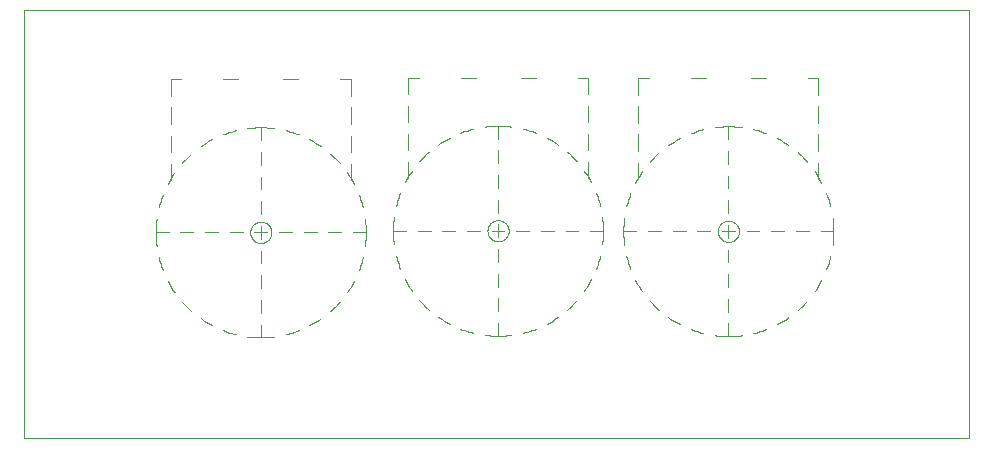
<source format=gbo>
G75*
%MOIN*%
%OFA0B0*%
%FSLAX25Y25*%
%IPPOS*%
%LPD*%
%AMOC8*
5,1,8,0,0,1.08239X$1,22.5*
%
%ADD10C,0.00000*%
%ADD11C,0.00200*%
%ADD12C,0.00250*%
D10*
X0001600Y0001600D02*
X0001600Y0144317D01*
X0316600Y0144317D01*
X0316600Y0001600D01*
X0001600Y0001600D01*
D11*
X0080655Y0035242D02*
X0080655Y0039520D01*
X0080655Y0043457D02*
X0080655Y0047735D01*
X0080655Y0051672D02*
X0080655Y0055950D01*
X0080655Y0059887D02*
X0080655Y0064166D01*
X0080655Y0068103D02*
X0080655Y0072381D01*
X0088991Y0104235D02*
X0089714Y0104049D01*
X0090433Y0103848D01*
X0091147Y0103632D01*
X0091857Y0103401D01*
X0092562Y0103154D01*
X0093261Y0102893D01*
X0080655Y0100964D02*
X0080655Y0105242D01*
X0080655Y0097027D02*
X0080655Y0092748D01*
X0080655Y0088811D02*
X0080655Y0084533D01*
X0080655Y0080596D02*
X0080655Y0076318D01*
X0072319Y0104235D02*
X0071596Y0104049D01*
X0070877Y0103848D01*
X0070163Y0103632D01*
X0069453Y0103401D01*
X0068748Y0103154D01*
X0068049Y0102893D01*
X0050655Y0102523D02*
X0050655Y0097101D01*
X0050655Y0093164D02*
X0050655Y0087742D01*
X0049933Y0070242D02*
X0045655Y0070242D01*
X0053870Y0070242D02*
X0058149Y0070242D01*
X0062086Y0070242D02*
X0066364Y0070242D01*
X0070301Y0070242D02*
X0074579Y0070242D01*
X0078516Y0070242D02*
X0082794Y0070242D01*
X0114649Y0061906D02*
X0114463Y0061183D01*
X0114263Y0060464D01*
X0114046Y0059749D01*
X0113815Y0059039D01*
X0113569Y0058334D01*
X0113307Y0057635D01*
X0111377Y0070242D02*
X0115655Y0070242D01*
X0107440Y0070242D02*
X0103162Y0070242D01*
X0099225Y0070242D02*
X0094946Y0070242D01*
X0091009Y0070242D02*
X0086731Y0070242D01*
X0106937Y0047126D02*
X0106438Y0046570D01*
X0105927Y0046026D01*
X0105405Y0045492D01*
X0104871Y0044970D01*
X0104327Y0044459D01*
X0103771Y0043960D01*
X0159750Y0043969D02*
X0159750Y0048247D01*
X0159750Y0052184D02*
X0159750Y0056462D01*
X0159750Y0060399D02*
X0159750Y0064677D01*
X0159750Y0068614D02*
X0159750Y0072893D01*
X0168086Y0104747D02*
X0168809Y0104561D01*
X0169528Y0104360D01*
X0170242Y0104144D01*
X0170952Y0103913D01*
X0171657Y0103666D01*
X0172356Y0103405D01*
X0159750Y0101475D02*
X0159750Y0105754D01*
X0159750Y0097538D02*
X0159750Y0093260D01*
X0159750Y0089323D02*
X0159750Y0085045D01*
X0159750Y0081108D02*
X0159750Y0076830D01*
X0151414Y0104747D02*
X0150691Y0104561D01*
X0149972Y0104360D01*
X0149258Y0104144D01*
X0148548Y0103913D01*
X0147843Y0103666D01*
X0147144Y0103405D01*
X0129750Y0103035D02*
X0129750Y0097613D01*
X0129750Y0093676D02*
X0129750Y0088254D01*
X0110655Y0087742D02*
X0110655Y0093164D01*
X0110655Y0097101D02*
X0110655Y0102523D01*
X0110655Y0106460D02*
X0110655Y0111882D01*
X0110655Y0115819D02*
X0110655Y0121242D01*
X0107155Y0121242D01*
X0129750Y0121754D02*
X0129750Y0116331D01*
X0129750Y0112394D02*
X0129750Y0106972D01*
X0147250Y0121754D02*
X0152250Y0121754D01*
X0186250Y0121754D02*
X0189750Y0121754D01*
X0189750Y0116331D01*
X0189750Y0112394D02*
X0189750Y0106972D01*
X0189750Y0103035D02*
X0189750Y0097613D01*
X0189750Y0093676D02*
X0189750Y0088254D01*
X0206521Y0088096D02*
X0206521Y0093518D01*
X0206521Y0097455D02*
X0206521Y0102878D01*
X0206521Y0106815D02*
X0206521Y0112237D01*
X0206521Y0116174D02*
X0206521Y0121596D01*
X0224021Y0121596D02*
X0229021Y0121596D01*
X0263021Y0121596D02*
X0266521Y0121596D01*
X0266521Y0116174D01*
X0266521Y0112237D02*
X0266521Y0106815D01*
X0266521Y0102878D02*
X0266521Y0097455D01*
X0266521Y0093518D02*
X0266521Y0088096D01*
X0236521Y0089166D02*
X0236521Y0084887D01*
X0236521Y0080950D02*
X0236521Y0076672D01*
X0236521Y0072735D02*
X0236521Y0068457D01*
X0228186Y0036603D02*
X0227463Y0036789D01*
X0226744Y0036989D01*
X0226029Y0037206D01*
X0225319Y0037437D01*
X0224614Y0037683D01*
X0223915Y0037945D01*
X0236521Y0039874D02*
X0236521Y0035596D01*
X0236521Y0043811D02*
X0236521Y0048090D01*
X0236521Y0052027D02*
X0236521Y0056305D01*
X0236521Y0060242D02*
X0236521Y0064520D01*
X0244857Y0036603D02*
X0245580Y0036789D01*
X0246299Y0036989D01*
X0247014Y0037206D01*
X0247724Y0037437D01*
X0248429Y0037683D01*
X0249128Y0037945D01*
X0250813Y0070596D02*
X0255091Y0070596D01*
X0259028Y0070596D02*
X0263306Y0070596D01*
X0267243Y0070596D02*
X0271521Y0070596D01*
X0246876Y0070596D02*
X0242597Y0070596D01*
X0238660Y0070596D02*
X0234382Y0070596D01*
X0202528Y0062261D02*
X0202714Y0061538D01*
X0202914Y0060819D01*
X0203131Y0060104D01*
X0203362Y0059394D01*
X0203608Y0058689D01*
X0203870Y0057990D01*
X0205799Y0070596D02*
X0201521Y0070596D01*
X0194750Y0070754D02*
X0190471Y0070754D01*
X0186534Y0070754D02*
X0182256Y0070754D01*
X0178319Y0070754D02*
X0174041Y0070754D01*
X0170104Y0070754D02*
X0165826Y0070754D01*
X0161889Y0070754D02*
X0157610Y0070754D01*
X0125756Y0062418D02*
X0125942Y0061695D01*
X0126142Y0060976D01*
X0126359Y0060261D01*
X0126590Y0059551D01*
X0126836Y0058846D01*
X0127098Y0058147D01*
X0129028Y0070754D02*
X0124750Y0070754D01*
X0132965Y0070754D02*
X0137243Y0070754D01*
X0141180Y0070754D02*
X0145458Y0070754D01*
X0149395Y0070754D02*
X0153673Y0070754D01*
X0133468Y0047638D02*
X0133967Y0047082D01*
X0134478Y0046538D01*
X0135000Y0046004D01*
X0135534Y0045482D01*
X0136078Y0044971D01*
X0136634Y0044472D01*
X0159750Y0040032D02*
X0159750Y0035754D01*
X0151414Y0036760D02*
X0150691Y0036946D01*
X0149972Y0037146D01*
X0149257Y0037363D01*
X0148547Y0037594D01*
X0147842Y0037840D01*
X0147143Y0038102D01*
X0125035Y0066286D02*
X0124948Y0067028D01*
X0124876Y0067771D01*
X0124821Y0068515D01*
X0124781Y0069261D01*
X0124757Y0070007D01*
X0124749Y0070753D01*
X0128719Y0054562D02*
X0129072Y0053904D01*
X0129438Y0053253D01*
X0129818Y0052611D01*
X0130212Y0051976D01*
X0130619Y0051351D01*
X0131040Y0050734D01*
X0155282Y0036039D02*
X0156024Y0035952D01*
X0156767Y0035880D01*
X0157511Y0035825D01*
X0158257Y0035785D01*
X0159003Y0035761D01*
X0159749Y0035753D01*
X0168085Y0036760D02*
X0168808Y0036946D01*
X0169527Y0037146D01*
X0170242Y0037363D01*
X0170952Y0037594D01*
X0171657Y0037840D01*
X0172356Y0038102D01*
X0182865Y0044472D02*
X0183421Y0044971D01*
X0183965Y0045482D01*
X0184499Y0046004D01*
X0185021Y0046538D01*
X0185532Y0047082D01*
X0186031Y0047638D01*
X0209736Y0070596D02*
X0214015Y0070596D01*
X0217952Y0070596D02*
X0222230Y0070596D01*
X0226167Y0070596D02*
X0230445Y0070596D01*
X0210240Y0047481D02*
X0210739Y0046925D01*
X0211250Y0046381D01*
X0211772Y0045847D01*
X0212306Y0045325D01*
X0212850Y0044814D01*
X0213406Y0044315D01*
X0201807Y0066129D02*
X0201720Y0066871D01*
X0201648Y0067614D01*
X0201593Y0068358D01*
X0201553Y0069104D01*
X0201529Y0069850D01*
X0201521Y0070596D01*
X0205491Y0054405D02*
X0205844Y0053747D01*
X0206210Y0053096D01*
X0206590Y0052454D01*
X0206984Y0051819D01*
X0207391Y0051194D01*
X0207812Y0050577D01*
X0232054Y0035882D02*
X0232796Y0035795D01*
X0233539Y0035723D01*
X0234283Y0035668D01*
X0235029Y0035628D01*
X0235775Y0035604D01*
X0236521Y0035596D01*
X0259637Y0044315D02*
X0260193Y0044814D01*
X0260737Y0045325D01*
X0261271Y0045847D01*
X0261793Y0046381D01*
X0262304Y0046925D01*
X0262803Y0047481D01*
X0269173Y0057990D02*
X0269435Y0058689D01*
X0269681Y0059394D01*
X0269912Y0060104D01*
X0270129Y0060819D01*
X0270329Y0061538D01*
X0270515Y0062261D01*
X0240989Y0035882D02*
X0240247Y0035795D01*
X0239504Y0035723D01*
X0238760Y0035668D01*
X0238014Y0035628D01*
X0237268Y0035604D01*
X0236522Y0035596D01*
X0220330Y0039566D02*
X0219672Y0039919D01*
X0219021Y0040285D01*
X0218379Y0040665D01*
X0217744Y0041059D01*
X0217119Y0041466D01*
X0216502Y0041887D01*
X0252713Y0039566D02*
X0253371Y0039919D01*
X0254022Y0040285D01*
X0254664Y0040665D01*
X0255299Y0041059D01*
X0255924Y0041466D01*
X0256541Y0041887D01*
X0271236Y0066129D02*
X0271323Y0066871D01*
X0271395Y0067614D01*
X0271450Y0068358D01*
X0271490Y0069104D01*
X0271514Y0069850D01*
X0271522Y0070596D01*
X0267552Y0054405D02*
X0267199Y0053747D01*
X0266833Y0053096D01*
X0266453Y0052454D01*
X0266059Y0051819D01*
X0265652Y0051194D01*
X0265231Y0050577D01*
X0270514Y0078932D02*
X0270328Y0079655D01*
X0270127Y0080374D01*
X0269911Y0081088D01*
X0269680Y0081798D01*
X0269433Y0082503D01*
X0269172Y0083202D01*
X0236521Y0093103D02*
X0236521Y0097381D01*
X0236521Y0101318D02*
X0236521Y0105596D01*
X0244857Y0104589D02*
X0245580Y0104403D01*
X0246299Y0104202D01*
X0247013Y0103986D01*
X0247723Y0103755D01*
X0248428Y0103508D01*
X0249127Y0103247D01*
X0228185Y0104589D02*
X0227462Y0104403D01*
X0226743Y0104202D01*
X0226029Y0103986D01*
X0225319Y0103755D01*
X0224614Y0103508D01*
X0223915Y0103247D01*
X0232986Y0070596D02*
X0232988Y0070715D01*
X0232994Y0070833D01*
X0233004Y0070952D01*
X0233018Y0071070D01*
X0233036Y0071187D01*
X0233058Y0071304D01*
X0233083Y0071420D01*
X0233113Y0071535D01*
X0233146Y0071649D01*
X0233184Y0071762D01*
X0233225Y0071873D01*
X0233269Y0071983D01*
X0233318Y0072091D01*
X0233370Y0072198D01*
X0233426Y0072303D01*
X0233485Y0072406D01*
X0233547Y0072507D01*
X0233613Y0072606D01*
X0233682Y0072703D01*
X0233755Y0072797D01*
X0233830Y0072888D01*
X0233909Y0072978D01*
X0233990Y0073064D01*
X0234074Y0073148D01*
X0234162Y0073228D01*
X0234251Y0073306D01*
X0234344Y0073381D01*
X0234438Y0073452D01*
X0234536Y0073521D01*
X0234635Y0073586D01*
X0234736Y0073647D01*
X0234840Y0073706D01*
X0234945Y0073760D01*
X0235053Y0073812D01*
X0235161Y0073859D01*
X0235272Y0073903D01*
X0235384Y0073943D01*
X0235497Y0073979D01*
X0235611Y0074012D01*
X0235726Y0074040D01*
X0235842Y0074065D01*
X0235959Y0074086D01*
X0236077Y0074103D01*
X0236195Y0074116D01*
X0236313Y0074125D01*
X0236432Y0074130D01*
X0236551Y0074131D01*
X0236669Y0074128D01*
X0236788Y0074121D01*
X0236906Y0074110D01*
X0237024Y0074095D01*
X0237141Y0074076D01*
X0237258Y0074053D01*
X0237374Y0074027D01*
X0237488Y0073996D01*
X0237602Y0073962D01*
X0237715Y0073923D01*
X0237826Y0073881D01*
X0237935Y0073836D01*
X0238043Y0073786D01*
X0238150Y0073733D01*
X0238254Y0073677D01*
X0238357Y0073617D01*
X0238457Y0073554D01*
X0238555Y0073487D01*
X0238651Y0073417D01*
X0238745Y0073344D01*
X0238836Y0073268D01*
X0238924Y0073188D01*
X0239010Y0073106D01*
X0239093Y0073021D01*
X0239173Y0072933D01*
X0239250Y0072843D01*
X0239324Y0072750D01*
X0239395Y0072655D01*
X0239462Y0072557D01*
X0239527Y0072457D01*
X0239587Y0072355D01*
X0239645Y0072251D01*
X0239699Y0072145D01*
X0239749Y0072037D01*
X0239795Y0071928D01*
X0239838Y0071817D01*
X0239877Y0071705D01*
X0239913Y0071592D01*
X0239944Y0071477D01*
X0239972Y0071362D01*
X0239996Y0071246D01*
X0240016Y0071128D01*
X0240032Y0071011D01*
X0240044Y0070893D01*
X0240052Y0070774D01*
X0240056Y0070655D01*
X0240056Y0070537D01*
X0240052Y0070418D01*
X0240044Y0070299D01*
X0240032Y0070181D01*
X0240016Y0070064D01*
X0239996Y0069946D01*
X0239972Y0069830D01*
X0239944Y0069715D01*
X0239913Y0069600D01*
X0239877Y0069487D01*
X0239838Y0069375D01*
X0239795Y0069264D01*
X0239749Y0069155D01*
X0239699Y0069047D01*
X0239645Y0068941D01*
X0239587Y0068837D01*
X0239527Y0068735D01*
X0239462Y0068635D01*
X0239395Y0068537D01*
X0239324Y0068442D01*
X0239250Y0068349D01*
X0239173Y0068259D01*
X0239093Y0068171D01*
X0239010Y0068086D01*
X0238924Y0068004D01*
X0238836Y0067924D01*
X0238745Y0067848D01*
X0238651Y0067775D01*
X0238555Y0067705D01*
X0238457Y0067638D01*
X0238357Y0067575D01*
X0238254Y0067515D01*
X0238150Y0067459D01*
X0238043Y0067406D01*
X0237935Y0067356D01*
X0237826Y0067311D01*
X0237715Y0067269D01*
X0237602Y0067230D01*
X0237488Y0067196D01*
X0237374Y0067165D01*
X0237258Y0067139D01*
X0237141Y0067116D01*
X0237024Y0067097D01*
X0236906Y0067082D01*
X0236788Y0067071D01*
X0236669Y0067064D01*
X0236551Y0067061D01*
X0236432Y0067062D01*
X0236313Y0067067D01*
X0236195Y0067076D01*
X0236077Y0067089D01*
X0235959Y0067106D01*
X0235842Y0067127D01*
X0235726Y0067152D01*
X0235611Y0067180D01*
X0235497Y0067213D01*
X0235384Y0067249D01*
X0235272Y0067289D01*
X0235161Y0067333D01*
X0235053Y0067380D01*
X0234945Y0067432D01*
X0234840Y0067486D01*
X0234736Y0067545D01*
X0234635Y0067606D01*
X0234536Y0067671D01*
X0234438Y0067740D01*
X0234344Y0067811D01*
X0234251Y0067886D01*
X0234162Y0067964D01*
X0234074Y0068044D01*
X0233990Y0068128D01*
X0233909Y0068214D01*
X0233830Y0068304D01*
X0233755Y0068395D01*
X0233682Y0068489D01*
X0233613Y0068586D01*
X0233547Y0068685D01*
X0233485Y0068786D01*
X0233426Y0068889D01*
X0233370Y0068994D01*
X0233318Y0069101D01*
X0233269Y0069209D01*
X0233225Y0069319D01*
X0233184Y0069430D01*
X0233146Y0069543D01*
X0233113Y0069657D01*
X0233083Y0069772D01*
X0233058Y0069888D01*
X0233036Y0070005D01*
X0233018Y0070122D01*
X0233004Y0070240D01*
X0232994Y0070359D01*
X0232988Y0070477D01*
X0232986Y0070596D01*
X0265230Y0090615D02*
X0265651Y0089998D01*
X0266058Y0089373D01*
X0266452Y0088739D01*
X0266832Y0088096D01*
X0267198Y0087446D01*
X0267551Y0086787D01*
X0236521Y0105596D02*
X0235774Y0105588D01*
X0235028Y0105564D01*
X0234283Y0105524D01*
X0233538Y0105469D01*
X0232795Y0105397D01*
X0232054Y0105310D01*
X0259636Y0096877D02*
X0260192Y0096378D01*
X0260736Y0095867D01*
X0261270Y0095345D01*
X0261792Y0094811D01*
X0262303Y0094267D01*
X0262802Y0093711D01*
X0207812Y0090615D02*
X0207391Y0089998D01*
X0206984Y0089373D01*
X0206590Y0088739D01*
X0206210Y0088096D01*
X0205844Y0087446D01*
X0205491Y0086787D01*
X0236521Y0105596D02*
X0237268Y0105588D01*
X0238014Y0105564D01*
X0238759Y0105524D01*
X0239504Y0105469D01*
X0240247Y0105397D01*
X0240988Y0105310D01*
X0213406Y0096877D02*
X0212850Y0096378D01*
X0212306Y0095867D01*
X0211772Y0095345D01*
X0211250Y0094811D01*
X0210739Y0094267D01*
X0210240Y0093711D01*
X0271235Y0075063D02*
X0271322Y0074322D01*
X0271394Y0073579D01*
X0271449Y0072834D01*
X0271489Y0072089D01*
X0271513Y0071343D01*
X0271521Y0070596D01*
X0201807Y0075063D02*
X0201720Y0074322D01*
X0201648Y0073579D01*
X0201593Y0072834D01*
X0201553Y0072089D01*
X0201529Y0071343D01*
X0201521Y0070596D01*
X0202528Y0078932D02*
X0202714Y0079655D01*
X0202915Y0080374D01*
X0203131Y0081088D01*
X0203362Y0081798D01*
X0203609Y0082503D01*
X0203870Y0083202D01*
X0252712Y0101626D02*
X0253371Y0101273D01*
X0254021Y0100907D01*
X0254664Y0100527D01*
X0255298Y0100133D01*
X0255923Y0099726D01*
X0256540Y0099305D01*
X0220330Y0101626D02*
X0219671Y0101273D01*
X0219021Y0100907D01*
X0218378Y0100527D01*
X0217744Y0100133D01*
X0217119Y0099726D01*
X0216502Y0099305D01*
X0193743Y0062418D02*
X0193557Y0061695D01*
X0193357Y0060976D01*
X0193140Y0060261D01*
X0192909Y0059551D01*
X0192663Y0058846D01*
X0192401Y0058147D01*
X0164217Y0036039D02*
X0163475Y0035952D01*
X0162732Y0035880D01*
X0161988Y0035825D01*
X0161242Y0035785D01*
X0160496Y0035761D01*
X0159750Y0035753D01*
X0143558Y0039723D02*
X0142900Y0040076D01*
X0142249Y0040442D01*
X0141607Y0040822D01*
X0140972Y0041216D01*
X0140347Y0041623D01*
X0139730Y0042044D01*
X0175941Y0039723D02*
X0176599Y0040076D01*
X0177250Y0040442D01*
X0177892Y0040822D01*
X0178527Y0041216D01*
X0179152Y0041623D01*
X0179769Y0042044D01*
X0194464Y0066286D02*
X0194551Y0067028D01*
X0194623Y0067771D01*
X0194678Y0068515D01*
X0194718Y0069261D01*
X0194742Y0070007D01*
X0194750Y0070753D01*
X0190780Y0054562D02*
X0190427Y0053904D01*
X0190061Y0053253D01*
X0189681Y0052611D01*
X0189287Y0051976D01*
X0188880Y0051351D01*
X0188459Y0050734D01*
X0193743Y0079089D02*
X0193557Y0079812D01*
X0193356Y0080531D01*
X0193140Y0081245D01*
X0192909Y0081955D01*
X0192662Y0082660D01*
X0192401Y0083359D01*
X0159750Y0105754D02*
X0159003Y0105746D01*
X0158257Y0105722D01*
X0157512Y0105682D01*
X0156767Y0105627D01*
X0156024Y0105555D01*
X0155283Y0105468D01*
X0156215Y0070754D02*
X0156217Y0070873D01*
X0156223Y0070991D01*
X0156233Y0071110D01*
X0156247Y0071228D01*
X0156265Y0071345D01*
X0156287Y0071462D01*
X0156312Y0071578D01*
X0156342Y0071693D01*
X0156375Y0071807D01*
X0156413Y0071920D01*
X0156454Y0072031D01*
X0156498Y0072141D01*
X0156547Y0072249D01*
X0156599Y0072356D01*
X0156655Y0072461D01*
X0156714Y0072564D01*
X0156776Y0072665D01*
X0156842Y0072764D01*
X0156911Y0072861D01*
X0156984Y0072955D01*
X0157059Y0073046D01*
X0157138Y0073136D01*
X0157219Y0073222D01*
X0157303Y0073306D01*
X0157391Y0073386D01*
X0157480Y0073464D01*
X0157573Y0073539D01*
X0157667Y0073610D01*
X0157765Y0073679D01*
X0157864Y0073744D01*
X0157965Y0073805D01*
X0158069Y0073864D01*
X0158174Y0073918D01*
X0158282Y0073970D01*
X0158390Y0074017D01*
X0158501Y0074061D01*
X0158613Y0074101D01*
X0158726Y0074137D01*
X0158840Y0074170D01*
X0158955Y0074198D01*
X0159071Y0074223D01*
X0159188Y0074244D01*
X0159306Y0074261D01*
X0159424Y0074274D01*
X0159542Y0074283D01*
X0159661Y0074288D01*
X0159780Y0074289D01*
X0159898Y0074286D01*
X0160017Y0074279D01*
X0160135Y0074268D01*
X0160253Y0074253D01*
X0160370Y0074234D01*
X0160487Y0074211D01*
X0160603Y0074185D01*
X0160717Y0074154D01*
X0160831Y0074120D01*
X0160944Y0074081D01*
X0161055Y0074039D01*
X0161164Y0073994D01*
X0161272Y0073944D01*
X0161379Y0073891D01*
X0161483Y0073835D01*
X0161586Y0073775D01*
X0161686Y0073712D01*
X0161784Y0073645D01*
X0161880Y0073575D01*
X0161974Y0073502D01*
X0162065Y0073426D01*
X0162153Y0073346D01*
X0162239Y0073264D01*
X0162322Y0073179D01*
X0162402Y0073091D01*
X0162479Y0073001D01*
X0162553Y0072908D01*
X0162624Y0072813D01*
X0162691Y0072715D01*
X0162756Y0072615D01*
X0162816Y0072513D01*
X0162874Y0072409D01*
X0162928Y0072303D01*
X0162978Y0072195D01*
X0163024Y0072086D01*
X0163067Y0071975D01*
X0163106Y0071863D01*
X0163142Y0071750D01*
X0163173Y0071635D01*
X0163201Y0071520D01*
X0163225Y0071404D01*
X0163245Y0071286D01*
X0163261Y0071169D01*
X0163273Y0071051D01*
X0163281Y0070932D01*
X0163285Y0070813D01*
X0163285Y0070695D01*
X0163281Y0070576D01*
X0163273Y0070457D01*
X0163261Y0070339D01*
X0163245Y0070222D01*
X0163225Y0070104D01*
X0163201Y0069988D01*
X0163173Y0069873D01*
X0163142Y0069758D01*
X0163106Y0069645D01*
X0163067Y0069533D01*
X0163024Y0069422D01*
X0162978Y0069313D01*
X0162928Y0069205D01*
X0162874Y0069099D01*
X0162816Y0068995D01*
X0162756Y0068893D01*
X0162691Y0068793D01*
X0162624Y0068695D01*
X0162553Y0068600D01*
X0162479Y0068507D01*
X0162402Y0068417D01*
X0162322Y0068329D01*
X0162239Y0068244D01*
X0162153Y0068162D01*
X0162065Y0068082D01*
X0161974Y0068006D01*
X0161880Y0067933D01*
X0161784Y0067863D01*
X0161686Y0067796D01*
X0161586Y0067733D01*
X0161483Y0067673D01*
X0161379Y0067617D01*
X0161272Y0067564D01*
X0161164Y0067514D01*
X0161055Y0067469D01*
X0160944Y0067427D01*
X0160831Y0067388D01*
X0160717Y0067354D01*
X0160603Y0067323D01*
X0160487Y0067297D01*
X0160370Y0067274D01*
X0160253Y0067255D01*
X0160135Y0067240D01*
X0160017Y0067229D01*
X0159898Y0067222D01*
X0159780Y0067219D01*
X0159661Y0067220D01*
X0159542Y0067225D01*
X0159424Y0067234D01*
X0159306Y0067247D01*
X0159188Y0067264D01*
X0159071Y0067285D01*
X0158955Y0067310D01*
X0158840Y0067338D01*
X0158726Y0067371D01*
X0158613Y0067407D01*
X0158501Y0067447D01*
X0158390Y0067491D01*
X0158282Y0067538D01*
X0158174Y0067590D01*
X0158069Y0067644D01*
X0157965Y0067703D01*
X0157864Y0067764D01*
X0157765Y0067829D01*
X0157667Y0067898D01*
X0157573Y0067969D01*
X0157480Y0068044D01*
X0157391Y0068122D01*
X0157303Y0068202D01*
X0157219Y0068286D01*
X0157138Y0068372D01*
X0157059Y0068462D01*
X0156984Y0068553D01*
X0156911Y0068647D01*
X0156842Y0068744D01*
X0156776Y0068843D01*
X0156714Y0068944D01*
X0156655Y0069047D01*
X0156599Y0069152D01*
X0156547Y0069259D01*
X0156498Y0069367D01*
X0156454Y0069477D01*
X0156413Y0069588D01*
X0156375Y0069701D01*
X0156342Y0069815D01*
X0156312Y0069930D01*
X0156287Y0070046D01*
X0156265Y0070163D01*
X0156247Y0070280D01*
X0156233Y0070398D01*
X0156223Y0070517D01*
X0156217Y0070635D01*
X0156215Y0070754D01*
X0188459Y0090773D02*
X0188880Y0090156D01*
X0189287Y0089531D01*
X0189681Y0088897D01*
X0190061Y0088254D01*
X0190427Y0087604D01*
X0190780Y0086945D01*
X0131041Y0090773D02*
X0130620Y0090156D01*
X0130213Y0089531D01*
X0129819Y0088897D01*
X0129439Y0088254D01*
X0129073Y0087604D01*
X0128720Y0086945D01*
X0159750Y0105754D02*
X0160497Y0105746D01*
X0161243Y0105722D01*
X0161988Y0105682D01*
X0162733Y0105627D01*
X0163476Y0105555D01*
X0164217Y0105468D01*
X0182865Y0097035D02*
X0183421Y0096536D01*
X0183965Y0096025D01*
X0184499Y0095503D01*
X0185021Y0094969D01*
X0185532Y0094425D01*
X0186031Y0093869D01*
X0136635Y0097035D02*
X0136079Y0096536D01*
X0135535Y0096025D01*
X0135001Y0095503D01*
X0134479Y0094969D01*
X0133968Y0094425D01*
X0133469Y0093869D01*
X0194464Y0075221D02*
X0194551Y0074480D01*
X0194623Y0073737D01*
X0194678Y0072992D01*
X0194718Y0072247D01*
X0194742Y0071501D01*
X0194750Y0070754D01*
X0125036Y0075221D02*
X0124949Y0074480D01*
X0124877Y0073737D01*
X0124822Y0072992D01*
X0124782Y0072247D01*
X0124758Y0071501D01*
X0124750Y0070754D01*
X0125757Y0079089D02*
X0125943Y0079812D01*
X0126144Y0080531D01*
X0126360Y0081245D01*
X0126591Y0081955D01*
X0126838Y0082660D01*
X0127099Y0083359D01*
X0175941Y0101784D02*
X0176600Y0101431D01*
X0177250Y0101065D01*
X0177893Y0100685D01*
X0178527Y0100291D01*
X0179152Y0099884D01*
X0179769Y0099463D01*
X0143559Y0101784D02*
X0142900Y0101431D01*
X0142250Y0101065D01*
X0141607Y0100685D01*
X0140973Y0100291D01*
X0140348Y0099884D01*
X0139731Y0099463D01*
X0085123Y0035527D02*
X0084381Y0035440D01*
X0083638Y0035368D01*
X0082894Y0035313D01*
X0082148Y0035273D01*
X0081402Y0035249D01*
X0080656Y0035241D01*
X0072320Y0036248D02*
X0071597Y0036434D01*
X0070878Y0036634D01*
X0070163Y0036851D01*
X0069453Y0037082D01*
X0068748Y0037328D01*
X0068049Y0037590D01*
X0057540Y0043960D02*
X0056984Y0044459D01*
X0056440Y0044970D01*
X0055906Y0045492D01*
X0055384Y0046026D01*
X0054873Y0046570D01*
X0054374Y0047126D01*
X0048004Y0057635D02*
X0047742Y0058334D01*
X0047496Y0059039D01*
X0047265Y0059749D01*
X0047048Y0060464D01*
X0046848Y0061183D01*
X0046662Y0061906D01*
X0076188Y0035527D02*
X0076930Y0035440D01*
X0077673Y0035368D01*
X0078417Y0035313D01*
X0079163Y0035273D01*
X0079909Y0035249D01*
X0080655Y0035241D01*
X0088990Y0036248D02*
X0089713Y0036434D01*
X0090432Y0036634D01*
X0091147Y0036851D01*
X0091857Y0037082D01*
X0092562Y0037328D01*
X0093261Y0037590D01*
X0096846Y0039211D02*
X0097504Y0039564D01*
X0098155Y0039930D01*
X0098797Y0040310D01*
X0099432Y0040704D01*
X0100057Y0041111D01*
X0100674Y0041532D01*
X0115369Y0065774D02*
X0115456Y0066516D01*
X0115528Y0067259D01*
X0115583Y0068003D01*
X0115623Y0068749D01*
X0115647Y0069495D01*
X0115655Y0070241D01*
X0111686Y0054050D02*
X0111333Y0053392D01*
X0110967Y0052741D01*
X0110587Y0052099D01*
X0110193Y0051464D01*
X0109786Y0050839D01*
X0109365Y0050222D01*
X0114648Y0078578D02*
X0114462Y0079301D01*
X0114261Y0080020D01*
X0114045Y0080734D01*
X0113814Y0081444D01*
X0113567Y0082149D01*
X0113306Y0082848D01*
X0080655Y0105242D02*
X0079908Y0105234D01*
X0079162Y0105210D01*
X0078417Y0105170D01*
X0077672Y0105115D01*
X0076929Y0105043D01*
X0076188Y0104956D01*
X0050655Y0106460D02*
X0050655Y0111882D01*
X0050655Y0115819D02*
X0050655Y0121242D01*
X0068155Y0121242D02*
X0073155Y0121242D01*
X0077120Y0070242D02*
X0077122Y0070361D01*
X0077128Y0070479D01*
X0077138Y0070598D01*
X0077152Y0070716D01*
X0077170Y0070833D01*
X0077192Y0070950D01*
X0077217Y0071066D01*
X0077247Y0071181D01*
X0077280Y0071295D01*
X0077318Y0071408D01*
X0077359Y0071519D01*
X0077403Y0071629D01*
X0077452Y0071737D01*
X0077504Y0071844D01*
X0077560Y0071949D01*
X0077619Y0072052D01*
X0077681Y0072153D01*
X0077747Y0072252D01*
X0077816Y0072349D01*
X0077889Y0072443D01*
X0077964Y0072534D01*
X0078043Y0072624D01*
X0078124Y0072710D01*
X0078208Y0072794D01*
X0078296Y0072874D01*
X0078385Y0072952D01*
X0078478Y0073027D01*
X0078572Y0073098D01*
X0078670Y0073167D01*
X0078769Y0073232D01*
X0078870Y0073293D01*
X0078974Y0073352D01*
X0079079Y0073406D01*
X0079187Y0073458D01*
X0079295Y0073505D01*
X0079406Y0073549D01*
X0079518Y0073589D01*
X0079631Y0073625D01*
X0079745Y0073658D01*
X0079860Y0073686D01*
X0079976Y0073711D01*
X0080093Y0073732D01*
X0080211Y0073749D01*
X0080329Y0073762D01*
X0080447Y0073771D01*
X0080566Y0073776D01*
X0080685Y0073777D01*
X0080803Y0073774D01*
X0080922Y0073767D01*
X0081040Y0073756D01*
X0081158Y0073741D01*
X0081275Y0073722D01*
X0081392Y0073699D01*
X0081508Y0073673D01*
X0081622Y0073642D01*
X0081736Y0073608D01*
X0081849Y0073569D01*
X0081960Y0073527D01*
X0082069Y0073482D01*
X0082177Y0073432D01*
X0082284Y0073379D01*
X0082388Y0073323D01*
X0082491Y0073263D01*
X0082591Y0073200D01*
X0082689Y0073133D01*
X0082785Y0073063D01*
X0082879Y0072990D01*
X0082970Y0072914D01*
X0083058Y0072834D01*
X0083144Y0072752D01*
X0083227Y0072667D01*
X0083307Y0072579D01*
X0083384Y0072489D01*
X0083458Y0072396D01*
X0083529Y0072301D01*
X0083596Y0072203D01*
X0083661Y0072103D01*
X0083721Y0072001D01*
X0083779Y0071897D01*
X0083833Y0071791D01*
X0083883Y0071683D01*
X0083929Y0071574D01*
X0083972Y0071463D01*
X0084011Y0071351D01*
X0084047Y0071238D01*
X0084078Y0071123D01*
X0084106Y0071008D01*
X0084130Y0070892D01*
X0084150Y0070774D01*
X0084166Y0070657D01*
X0084178Y0070539D01*
X0084186Y0070420D01*
X0084190Y0070301D01*
X0084190Y0070183D01*
X0084186Y0070064D01*
X0084178Y0069945D01*
X0084166Y0069827D01*
X0084150Y0069710D01*
X0084130Y0069592D01*
X0084106Y0069476D01*
X0084078Y0069361D01*
X0084047Y0069246D01*
X0084011Y0069133D01*
X0083972Y0069021D01*
X0083929Y0068910D01*
X0083883Y0068801D01*
X0083833Y0068693D01*
X0083779Y0068587D01*
X0083721Y0068483D01*
X0083661Y0068381D01*
X0083596Y0068281D01*
X0083529Y0068183D01*
X0083458Y0068088D01*
X0083384Y0067995D01*
X0083307Y0067905D01*
X0083227Y0067817D01*
X0083144Y0067732D01*
X0083058Y0067650D01*
X0082970Y0067570D01*
X0082879Y0067494D01*
X0082785Y0067421D01*
X0082689Y0067351D01*
X0082591Y0067284D01*
X0082491Y0067221D01*
X0082388Y0067161D01*
X0082284Y0067105D01*
X0082177Y0067052D01*
X0082069Y0067002D01*
X0081960Y0066957D01*
X0081849Y0066915D01*
X0081736Y0066876D01*
X0081622Y0066842D01*
X0081508Y0066811D01*
X0081392Y0066785D01*
X0081275Y0066762D01*
X0081158Y0066743D01*
X0081040Y0066728D01*
X0080922Y0066717D01*
X0080803Y0066710D01*
X0080685Y0066707D01*
X0080566Y0066708D01*
X0080447Y0066713D01*
X0080329Y0066722D01*
X0080211Y0066735D01*
X0080093Y0066752D01*
X0079976Y0066773D01*
X0079860Y0066798D01*
X0079745Y0066826D01*
X0079631Y0066859D01*
X0079518Y0066895D01*
X0079406Y0066935D01*
X0079295Y0066979D01*
X0079187Y0067026D01*
X0079079Y0067078D01*
X0078974Y0067132D01*
X0078870Y0067191D01*
X0078769Y0067252D01*
X0078670Y0067317D01*
X0078572Y0067386D01*
X0078478Y0067457D01*
X0078385Y0067532D01*
X0078296Y0067610D01*
X0078208Y0067690D01*
X0078124Y0067774D01*
X0078043Y0067860D01*
X0077964Y0067950D01*
X0077889Y0068041D01*
X0077816Y0068135D01*
X0077747Y0068232D01*
X0077681Y0068331D01*
X0077619Y0068432D01*
X0077560Y0068535D01*
X0077504Y0068640D01*
X0077452Y0068747D01*
X0077403Y0068855D01*
X0077359Y0068965D01*
X0077318Y0069076D01*
X0077280Y0069189D01*
X0077247Y0069303D01*
X0077217Y0069418D01*
X0077192Y0069534D01*
X0077170Y0069651D01*
X0077152Y0069768D01*
X0077138Y0069886D01*
X0077128Y0070005D01*
X0077122Y0070123D01*
X0077120Y0070242D01*
X0049625Y0054050D02*
X0049978Y0053392D01*
X0050344Y0052741D01*
X0050724Y0052099D01*
X0051118Y0051464D01*
X0051525Y0050839D01*
X0051946Y0050222D01*
X0045941Y0065774D02*
X0045854Y0066516D01*
X0045782Y0067259D01*
X0045727Y0068003D01*
X0045687Y0068749D01*
X0045663Y0069495D01*
X0045655Y0070241D01*
X0060636Y0041532D02*
X0061253Y0041111D01*
X0061878Y0040704D01*
X0062513Y0040310D01*
X0063155Y0039930D01*
X0063806Y0039564D01*
X0064464Y0039211D01*
X0046662Y0078578D02*
X0046848Y0079301D01*
X0047049Y0080020D01*
X0047265Y0080734D01*
X0047496Y0081444D01*
X0047743Y0082149D01*
X0048004Y0082848D01*
X0109364Y0090261D02*
X0109785Y0089644D01*
X0110192Y0089019D01*
X0110586Y0088385D01*
X0110966Y0087742D01*
X0111332Y0087092D01*
X0111685Y0086433D01*
X0051946Y0090261D02*
X0051525Y0089644D01*
X0051118Y0089019D01*
X0050724Y0088385D01*
X0050344Y0087742D01*
X0049978Y0087092D01*
X0049625Y0086433D01*
X0080655Y0105242D02*
X0081402Y0105234D01*
X0082148Y0105210D01*
X0082893Y0105170D01*
X0083638Y0105115D01*
X0084381Y0105043D01*
X0085122Y0104956D01*
X0103770Y0096523D02*
X0104326Y0096024D01*
X0104870Y0095513D01*
X0105404Y0094991D01*
X0105926Y0094457D01*
X0106437Y0093913D01*
X0106936Y0093357D01*
X0057540Y0096523D02*
X0056984Y0096024D01*
X0056440Y0095513D01*
X0055906Y0094991D01*
X0055384Y0094457D01*
X0054873Y0093913D01*
X0054374Y0093357D01*
X0115369Y0074709D02*
X0115456Y0073968D01*
X0115528Y0073225D01*
X0115583Y0072480D01*
X0115623Y0071735D01*
X0115647Y0070989D01*
X0115655Y0070242D01*
X0045941Y0074709D02*
X0045854Y0073968D01*
X0045782Y0073225D01*
X0045727Y0072480D01*
X0045687Y0071735D01*
X0045663Y0070989D01*
X0045655Y0070242D01*
X0096846Y0101272D02*
X0097505Y0100919D01*
X0098155Y0100553D01*
X0098798Y0100173D01*
X0099432Y0099779D01*
X0100057Y0099372D01*
X0100674Y0098951D01*
X0064464Y0101272D02*
X0063805Y0100919D01*
X0063155Y0100553D01*
X0062512Y0100173D01*
X0061878Y0099779D01*
X0061253Y0099372D01*
X0060636Y0098951D01*
D12*
X0054155Y0121242D02*
X0050655Y0121242D01*
X0088155Y0121242D02*
X0093155Y0121242D01*
X0129750Y0121754D02*
X0133250Y0121754D01*
X0167250Y0121754D02*
X0172250Y0121754D01*
X0206521Y0121596D02*
X0210021Y0121596D01*
X0244021Y0121596D02*
X0249021Y0121596D01*
M02*

</source>
